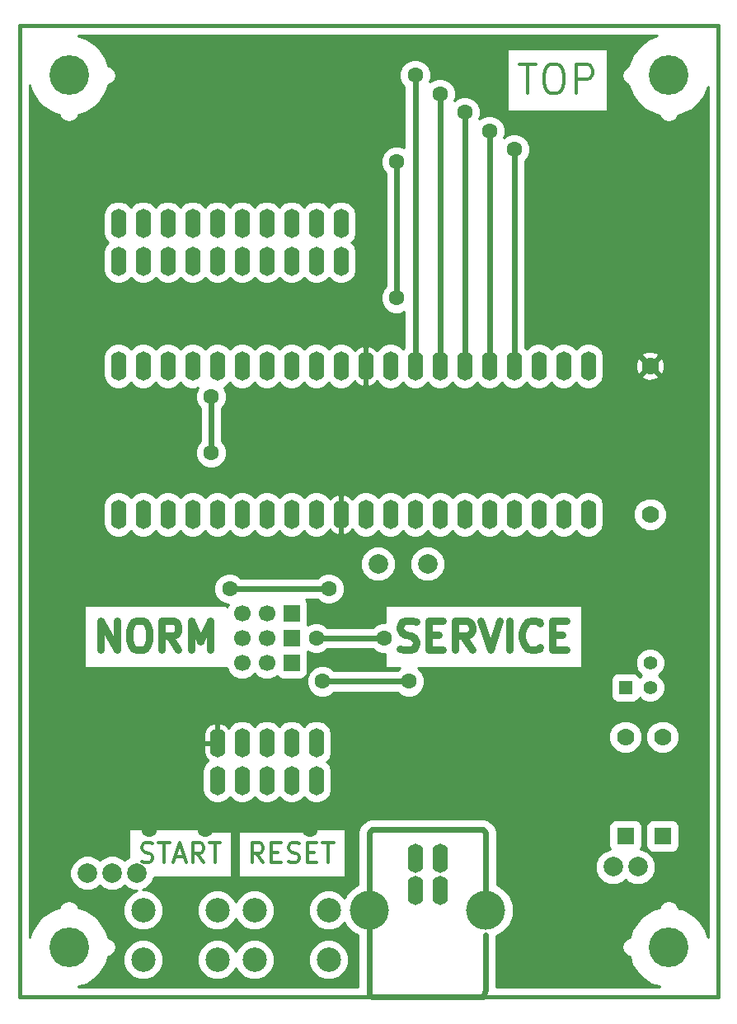
<source format=gtl>
G04 (created by PCBNEW-RS274X (2012-apr-16-27)-stable) date Ned 20 Lis 2013 22:50:24*
G01*
G70*
G90*
%MOIN*%
G04 Gerber Fmt 3.4, Leading zero omitted, Abs format*
%FSLAX34Y34*%
G04 APERTURE LIST*
%ADD10C,0.006000*%
%ADD11C,0.012000*%
%ADD12C,0.029500*%
%ADD13C,0.015000*%
%ADD14C,0.098400*%
%ADD15O,0.063000X0.118100*%
%ADD16C,0.157500*%
%ADD17C,0.078700*%
%ADD18R,0.066900X0.066900*%
%ADD19C,0.066900*%
%ADD20C,0.070000*%
%ADD21R,0.070000X0.070000*%
%ADD22R,0.055000X0.055000*%
%ADD23C,0.055000*%
%ADD24C,0.160000*%
%ADD25C,0.063000*%
%ADD26C,0.023600*%
%ADD27C,0.010000*%
G04 APERTURE END LIST*
G54D10*
G54D11*
X45857Y-49568D02*
X45595Y-49193D01*
X45407Y-49568D02*
X45407Y-48781D01*
X45707Y-48781D01*
X45782Y-48819D01*
X45820Y-48856D01*
X45857Y-48931D01*
X45857Y-49043D01*
X45820Y-49118D01*
X45782Y-49156D01*
X45707Y-49193D01*
X45407Y-49193D01*
X46194Y-49156D02*
X46457Y-49156D01*
X46569Y-49568D02*
X46194Y-49568D01*
X46194Y-48781D01*
X46569Y-48781D01*
X46869Y-49531D02*
X46981Y-49568D01*
X47169Y-49568D01*
X47244Y-49531D01*
X47281Y-49493D01*
X47319Y-49418D01*
X47319Y-49343D01*
X47281Y-49268D01*
X47244Y-49231D01*
X47169Y-49193D01*
X47019Y-49156D01*
X46944Y-49118D01*
X46906Y-49081D01*
X46869Y-49006D01*
X46869Y-48931D01*
X46906Y-48856D01*
X46944Y-48819D01*
X47019Y-48781D01*
X47206Y-48781D01*
X47319Y-48819D01*
X47656Y-49156D02*
X47919Y-49156D01*
X48031Y-49568D02*
X47656Y-49568D01*
X47656Y-48781D01*
X48031Y-48781D01*
X48256Y-48781D02*
X48706Y-48781D01*
X48481Y-49568D02*
X48481Y-48781D01*
X40944Y-49531D02*
X41056Y-49568D01*
X41244Y-49568D01*
X41319Y-49531D01*
X41356Y-49493D01*
X41394Y-49418D01*
X41394Y-49343D01*
X41356Y-49268D01*
X41319Y-49231D01*
X41244Y-49193D01*
X41094Y-49156D01*
X41019Y-49118D01*
X40981Y-49081D01*
X40944Y-49006D01*
X40944Y-48931D01*
X40981Y-48856D01*
X41019Y-48819D01*
X41094Y-48781D01*
X41281Y-48781D01*
X41394Y-48819D01*
X41619Y-48781D02*
X42069Y-48781D01*
X41844Y-49568D02*
X41844Y-48781D01*
X42294Y-49343D02*
X42669Y-49343D01*
X42219Y-49568D02*
X42481Y-48781D01*
X42744Y-49568D01*
X43456Y-49568D02*
X43194Y-49193D01*
X43006Y-49568D02*
X43006Y-48781D01*
X43306Y-48781D01*
X43381Y-48819D01*
X43419Y-48856D01*
X43456Y-48931D01*
X43456Y-49043D01*
X43419Y-49118D01*
X43381Y-49156D01*
X43306Y-49193D01*
X43006Y-49193D01*
X43681Y-48781D02*
X44131Y-48781D01*
X43906Y-49568D02*
X43906Y-48781D01*
G54D12*
X51376Y-40921D02*
X51545Y-40978D01*
X51826Y-40978D01*
X51938Y-40921D01*
X51995Y-40865D01*
X52051Y-40753D01*
X52051Y-40640D01*
X51995Y-40528D01*
X51938Y-40471D01*
X51826Y-40415D01*
X51601Y-40359D01*
X51488Y-40303D01*
X51432Y-40246D01*
X51376Y-40134D01*
X51376Y-40021D01*
X51432Y-39909D01*
X51488Y-39853D01*
X51601Y-39797D01*
X51882Y-39797D01*
X52051Y-39853D01*
X52557Y-40359D02*
X52951Y-40359D01*
X53120Y-40978D02*
X52557Y-40978D01*
X52557Y-39797D01*
X53120Y-39797D01*
X54301Y-40978D02*
X53907Y-40415D01*
X53626Y-40978D02*
X53626Y-39797D01*
X54076Y-39797D01*
X54189Y-39853D01*
X54245Y-39909D01*
X54301Y-40021D01*
X54301Y-40190D01*
X54245Y-40303D01*
X54189Y-40359D01*
X54076Y-40415D01*
X53626Y-40415D01*
X54638Y-39797D02*
X55032Y-40978D01*
X55426Y-39797D01*
X55819Y-40978D02*
X55819Y-39797D01*
X57056Y-40865D02*
X57000Y-40921D01*
X56831Y-40978D01*
X56719Y-40978D01*
X56550Y-40921D01*
X56437Y-40809D01*
X56381Y-40696D01*
X56325Y-40471D01*
X56325Y-40303D01*
X56381Y-40078D01*
X56437Y-39965D01*
X56550Y-39853D01*
X56719Y-39797D01*
X56831Y-39797D01*
X57000Y-39853D01*
X57056Y-39909D01*
X57562Y-40359D02*
X57956Y-40359D01*
X58125Y-40978D02*
X57562Y-40978D01*
X57562Y-39797D01*
X58125Y-39797D01*
X39279Y-40978D02*
X39279Y-39797D01*
X39954Y-40978D01*
X39954Y-39797D01*
X40741Y-39797D02*
X40966Y-39797D01*
X41079Y-39853D01*
X41191Y-39965D01*
X41247Y-40190D01*
X41247Y-40584D01*
X41191Y-40809D01*
X41079Y-40921D01*
X40966Y-40978D01*
X40741Y-40978D01*
X40629Y-40921D01*
X40516Y-40809D01*
X40460Y-40584D01*
X40460Y-40190D01*
X40516Y-39965D01*
X40629Y-39853D01*
X40741Y-39797D01*
X42428Y-40978D02*
X42034Y-40415D01*
X41753Y-40978D02*
X41753Y-39797D01*
X42203Y-39797D01*
X42316Y-39853D01*
X42372Y-39909D01*
X42428Y-40021D01*
X42428Y-40190D01*
X42372Y-40303D01*
X42316Y-40359D01*
X42203Y-40415D01*
X41753Y-40415D01*
X42934Y-40978D02*
X42934Y-39797D01*
X43328Y-40640D01*
X43722Y-39797D01*
X43722Y-40978D01*
G54D11*
X56203Y-17297D02*
X56878Y-17297D01*
X56541Y-18478D02*
X56541Y-17297D01*
X57497Y-17297D02*
X57722Y-17297D01*
X57835Y-17353D01*
X57947Y-17465D01*
X58003Y-17690D01*
X58003Y-18084D01*
X57947Y-18309D01*
X57835Y-18421D01*
X57722Y-18478D01*
X57497Y-18478D01*
X57385Y-18421D01*
X57272Y-18309D01*
X57216Y-18084D01*
X57216Y-17690D01*
X57272Y-17465D01*
X57385Y-17353D01*
X57497Y-17297D01*
X58509Y-18478D02*
X58509Y-17297D01*
X58959Y-17297D01*
X59072Y-17353D01*
X59128Y-17409D01*
X59184Y-17521D01*
X59184Y-17690D01*
X59128Y-17803D01*
X59072Y-17859D01*
X58959Y-17915D01*
X58509Y-17915D01*
G54D13*
X36000Y-55000D02*
X64250Y-55000D01*
X36000Y-15750D02*
X64250Y-15750D01*
X64250Y-55000D02*
X64250Y-15750D01*
X36000Y-55000D02*
X36000Y-15750D01*
G54D14*
X45500Y-53500D03*
X45500Y-51500D03*
X48500Y-53500D03*
X48500Y-51500D03*
X41000Y-53500D03*
X41000Y-51500D03*
X44000Y-53500D03*
X44000Y-51500D03*
G54D15*
X53000Y-49394D03*
X52000Y-49394D03*
X52000Y-50693D03*
X53000Y-50693D03*
G54D16*
X54862Y-51500D03*
X50138Y-51500D03*
G54D17*
X52500Y-37500D03*
X50500Y-37500D03*
G54D15*
X44000Y-46256D03*
X44000Y-44744D03*
X45000Y-46256D03*
X45000Y-44744D03*
X46000Y-46256D03*
X46000Y-44744D03*
X47000Y-46256D03*
X47000Y-44744D03*
X48000Y-46256D03*
X48000Y-44744D03*
X49000Y-23744D03*
X49000Y-25256D03*
X48000Y-23744D03*
X48000Y-25256D03*
X47000Y-23744D03*
X47000Y-25256D03*
X46000Y-23744D03*
X46000Y-25256D03*
X45000Y-23744D03*
X45000Y-25256D03*
X44000Y-23744D03*
X44000Y-25256D03*
X43000Y-23744D03*
X43000Y-25256D03*
X42000Y-23744D03*
X42000Y-25256D03*
X41000Y-23744D03*
X41000Y-25256D03*
X40000Y-23744D03*
X40000Y-25256D03*
G54D17*
X61000Y-49750D03*
X60000Y-49750D03*
X38750Y-50000D03*
X39750Y-50000D03*
X40750Y-50000D03*
G54D18*
X47000Y-40500D03*
G54D19*
X46000Y-40500D03*
X45000Y-40500D03*
G54D18*
X47000Y-41500D03*
G54D19*
X46000Y-41500D03*
X45000Y-41500D03*
G54D18*
X47000Y-39500D03*
G54D19*
X46000Y-39500D03*
X45000Y-39500D03*
G54D15*
X40000Y-35500D03*
X41000Y-35500D03*
X42000Y-35500D03*
X43000Y-35500D03*
X44000Y-35500D03*
X45000Y-35500D03*
X46000Y-35500D03*
X47000Y-35500D03*
X48000Y-35500D03*
X49000Y-35500D03*
X50000Y-35500D03*
X51000Y-35500D03*
X52000Y-35500D03*
X53000Y-35500D03*
X54000Y-35500D03*
X55000Y-35500D03*
X56000Y-35500D03*
X57000Y-35500D03*
X58000Y-35500D03*
X59000Y-35500D03*
X59000Y-29500D03*
X58000Y-29500D03*
X57000Y-29500D03*
X56000Y-29500D03*
X55000Y-29500D03*
X54000Y-29500D03*
X53000Y-29500D03*
X52000Y-29500D03*
X51000Y-29500D03*
X50000Y-29500D03*
X49000Y-29500D03*
X48000Y-29500D03*
X47000Y-29500D03*
X46000Y-29500D03*
X45000Y-29500D03*
X44000Y-29500D03*
X43000Y-29500D03*
X42000Y-29500D03*
X41000Y-29500D03*
X40000Y-29500D03*
G54D20*
X62000Y-44500D03*
G54D21*
X62000Y-48500D03*
G54D20*
X60500Y-44500D03*
G54D21*
X60500Y-48500D03*
G54D20*
X61500Y-29500D03*
X61500Y-35500D03*
G54D22*
X60500Y-42500D03*
G54D23*
X61500Y-42500D03*
X61500Y-41500D03*
G54D24*
X38000Y-53000D03*
X62250Y-53000D03*
X62250Y-17750D03*
X38000Y-17750D03*
G54D25*
X50000Y-31750D03*
X48000Y-31750D03*
X41250Y-48250D03*
X41250Y-45000D03*
X43500Y-48250D03*
X47750Y-48250D03*
X54000Y-19250D03*
X43750Y-30750D03*
X43750Y-33000D03*
X44500Y-38500D03*
X48500Y-38500D03*
X56000Y-20750D03*
X51250Y-21250D03*
X51250Y-26750D03*
X50750Y-40500D03*
X48000Y-40500D03*
X51750Y-42250D03*
X48250Y-42250D03*
X55000Y-20000D03*
X53000Y-18500D03*
X52000Y-17750D03*
G54D26*
X43500Y-48250D02*
X47750Y-48250D01*
X41250Y-45000D02*
X41250Y-48250D01*
X48000Y-31750D02*
X50000Y-31750D01*
X54000Y-19250D02*
X54000Y-29500D01*
X43750Y-32750D02*
X43750Y-33000D01*
X43750Y-30750D02*
X43750Y-32750D01*
X44500Y-38500D02*
X48500Y-38500D01*
X56000Y-20750D02*
X56000Y-29500D01*
X51250Y-21250D02*
X51250Y-26750D01*
X48000Y-40500D02*
X50750Y-40500D01*
X48250Y-42250D02*
X51750Y-42250D01*
X55000Y-20000D02*
X55000Y-29500D01*
X53000Y-18500D02*
X53000Y-29500D01*
X52000Y-17750D02*
X52000Y-29500D01*
X50250Y-48250D02*
X54750Y-48250D01*
X50250Y-55000D02*
X54750Y-55000D01*
X50138Y-48362D02*
X50250Y-48250D01*
X54750Y-55000D02*
X54850Y-54750D01*
X54850Y-54750D02*
X54850Y-52500D01*
X50138Y-51500D02*
X50138Y-48362D01*
X54862Y-48362D02*
X54862Y-51500D01*
X54750Y-48250D02*
X54862Y-48362D01*
X50138Y-51500D02*
X50138Y-54888D01*
X50138Y-54888D02*
X50250Y-55000D01*
G54D10*
G36*
X63849Y-52619D02*
X63832Y-52615D01*
X63798Y-52444D01*
X63738Y-52300D01*
X63468Y-51894D01*
X63467Y-51893D01*
X63357Y-51783D01*
X63356Y-51782D01*
X62950Y-51511D01*
X62806Y-51451D01*
X62676Y-51425D01*
X62676Y-48916D01*
X62676Y-48786D01*
X62676Y-48086D01*
X62676Y-44635D01*
X62676Y-44366D01*
X62573Y-44118D01*
X62383Y-43927D01*
X62176Y-43841D01*
X62176Y-35635D01*
X62176Y-35366D01*
X62093Y-35166D01*
X62093Y-29591D01*
X62082Y-29356D01*
X62013Y-29190D01*
X61914Y-29157D01*
X61843Y-29228D01*
X61843Y-29086D01*
X61810Y-28987D01*
X61591Y-28907D01*
X61356Y-28918D01*
X61190Y-28987D01*
X61157Y-29086D01*
X61500Y-29429D01*
X61843Y-29086D01*
X61843Y-29228D01*
X61571Y-29500D01*
X61914Y-29843D01*
X62013Y-29810D01*
X62093Y-29591D01*
X62093Y-35166D01*
X62073Y-35118D01*
X61883Y-34927D01*
X61843Y-34910D01*
X61843Y-29914D01*
X61500Y-29571D01*
X61429Y-29642D01*
X61429Y-29500D01*
X61086Y-29157D01*
X60987Y-29190D01*
X60907Y-29409D01*
X60918Y-29644D01*
X60987Y-29810D01*
X61086Y-29843D01*
X61429Y-29500D01*
X61429Y-29642D01*
X61157Y-29914D01*
X61190Y-30013D01*
X61409Y-30093D01*
X61644Y-30082D01*
X61810Y-30013D01*
X61843Y-29914D01*
X61843Y-34910D01*
X61635Y-34824D01*
X61366Y-34824D01*
X61118Y-34927D01*
X60927Y-35117D01*
X60824Y-35365D01*
X60824Y-35634D01*
X60927Y-35882D01*
X61117Y-36073D01*
X61365Y-36176D01*
X61634Y-36176D01*
X61882Y-36073D01*
X62073Y-35883D01*
X62176Y-35635D01*
X62176Y-43841D01*
X62135Y-43824D01*
X62100Y-43824D01*
X62100Y-42620D01*
X62100Y-42381D01*
X62009Y-42160D01*
X61848Y-42000D01*
X62008Y-41840D01*
X62100Y-41620D01*
X62100Y-41381D01*
X62009Y-41160D01*
X61840Y-40992D01*
X61620Y-40900D01*
X61381Y-40900D01*
X61160Y-40991D01*
X60992Y-41160D01*
X60900Y-41380D01*
X60900Y-41619D01*
X60991Y-41840D01*
X61151Y-41999D01*
X61068Y-42082D01*
X61052Y-42041D01*
X60960Y-41949D01*
X60841Y-41899D01*
X60711Y-41899D01*
X60161Y-41899D01*
X60041Y-41948D01*
X59949Y-42040D01*
X59899Y-42159D01*
X59899Y-42289D01*
X59899Y-42839D01*
X59948Y-42959D01*
X60040Y-43051D01*
X60159Y-43101D01*
X60289Y-43101D01*
X60839Y-43101D01*
X60959Y-43052D01*
X61051Y-42960D01*
X61068Y-42917D01*
X61160Y-43008D01*
X61380Y-43100D01*
X61619Y-43100D01*
X61840Y-43009D01*
X62008Y-42840D01*
X62100Y-42620D01*
X62100Y-43824D01*
X61866Y-43824D01*
X61618Y-43927D01*
X61427Y-44117D01*
X61324Y-44365D01*
X61324Y-44634D01*
X61427Y-44882D01*
X61617Y-45073D01*
X61865Y-45176D01*
X62134Y-45176D01*
X62382Y-45073D01*
X62573Y-44883D01*
X62676Y-44635D01*
X62676Y-48086D01*
X62627Y-47966D01*
X62535Y-47874D01*
X62416Y-47824D01*
X62286Y-47824D01*
X61586Y-47824D01*
X61466Y-47873D01*
X61374Y-47965D01*
X61324Y-48084D01*
X61324Y-48214D01*
X61324Y-48914D01*
X61373Y-49034D01*
X61465Y-49126D01*
X61584Y-49176D01*
X61714Y-49176D01*
X62414Y-49176D01*
X62534Y-49127D01*
X62626Y-49035D01*
X62676Y-48916D01*
X62676Y-51425D01*
X62634Y-51417D01*
X62620Y-51347D01*
X62534Y-51216D01*
X62403Y-51130D01*
X62250Y-51099D01*
X62097Y-51130D01*
X61966Y-51216D01*
X61880Y-51347D01*
X61865Y-51417D01*
X61719Y-51446D01*
X61719Y-49894D01*
X61719Y-49608D01*
X61610Y-49344D01*
X61408Y-49141D01*
X61144Y-49031D01*
X61127Y-49031D01*
X61176Y-48916D01*
X61176Y-48786D01*
X61176Y-48086D01*
X61176Y-44635D01*
X61176Y-44366D01*
X61073Y-44118D01*
X60883Y-43927D01*
X60635Y-43824D01*
X60366Y-43824D01*
X60118Y-43927D01*
X59927Y-44117D01*
X59824Y-44365D01*
X59824Y-44634D01*
X59927Y-44882D01*
X60117Y-45073D01*
X60365Y-45176D01*
X60634Y-45176D01*
X60882Y-45073D01*
X61073Y-44883D01*
X61176Y-44635D01*
X61176Y-48086D01*
X61127Y-47966D01*
X61035Y-47874D01*
X60916Y-47824D01*
X60786Y-47824D01*
X60086Y-47824D01*
X59966Y-47873D01*
X59874Y-47965D01*
X59824Y-48084D01*
X59824Y-48214D01*
X59824Y-48914D01*
X59871Y-49031D01*
X59858Y-49031D01*
X59795Y-49057D01*
X59795Y-19213D01*
X59795Y-16668D01*
X55705Y-16668D01*
X55705Y-19213D01*
X59795Y-19213D01*
X59795Y-49057D01*
X59629Y-49125D01*
X59629Y-35917D01*
X59629Y-35667D01*
X59629Y-35083D01*
X59629Y-29917D01*
X59629Y-29667D01*
X59629Y-29083D01*
X59533Y-28852D01*
X59356Y-28675D01*
X59125Y-28579D01*
X58875Y-28579D01*
X58644Y-28675D01*
X58500Y-28819D01*
X58356Y-28675D01*
X58125Y-28579D01*
X57875Y-28579D01*
X57644Y-28675D01*
X57500Y-28819D01*
X57356Y-28675D01*
X57125Y-28579D01*
X56875Y-28579D01*
X56644Y-28675D01*
X56500Y-28819D01*
X56444Y-28763D01*
X56444Y-21212D01*
X56543Y-21113D01*
X56641Y-20878D01*
X56641Y-20623D01*
X56544Y-20387D01*
X56363Y-20207D01*
X56128Y-20109D01*
X55873Y-20109D01*
X55637Y-20206D01*
X55587Y-20255D01*
X55641Y-20128D01*
X55641Y-19873D01*
X55544Y-19637D01*
X55363Y-19457D01*
X55128Y-19359D01*
X54873Y-19359D01*
X54637Y-19456D01*
X54587Y-19505D01*
X54641Y-19378D01*
X54641Y-19123D01*
X54544Y-18887D01*
X54363Y-18707D01*
X54128Y-18609D01*
X53873Y-18609D01*
X53637Y-18706D01*
X53587Y-18755D01*
X53641Y-18628D01*
X53641Y-18373D01*
X53544Y-18137D01*
X53363Y-17957D01*
X53128Y-17859D01*
X52873Y-17859D01*
X52637Y-17956D01*
X52587Y-18005D01*
X52641Y-17878D01*
X52641Y-17623D01*
X52544Y-17387D01*
X52363Y-17207D01*
X52128Y-17109D01*
X51873Y-17109D01*
X51637Y-17206D01*
X51457Y-17387D01*
X51359Y-17622D01*
X51359Y-17877D01*
X51456Y-18113D01*
X51556Y-18212D01*
X51556Y-20683D01*
X51378Y-20609D01*
X51123Y-20609D01*
X50887Y-20706D01*
X50707Y-20887D01*
X50609Y-21122D01*
X50609Y-21377D01*
X50706Y-21613D01*
X50806Y-21712D01*
X50806Y-26287D01*
X50707Y-26387D01*
X50609Y-26622D01*
X50609Y-26877D01*
X50706Y-27113D01*
X50887Y-27293D01*
X51122Y-27391D01*
X51377Y-27391D01*
X51556Y-27317D01*
X51556Y-28763D01*
X51500Y-28819D01*
X51356Y-28675D01*
X51125Y-28579D01*
X50875Y-28579D01*
X50644Y-28675D01*
X50467Y-28852D01*
X50452Y-28887D01*
X50338Y-28763D01*
X50137Y-28678D01*
X50050Y-28725D01*
X50050Y-29400D01*
X50050Y-29450D01*
X50050Y-29550D01*
X50050Y-29600D01*
X50050Y-30275D01*
X50137Y-30322D01*
X50338Y-30237D01*
X50452Y-30112D01*
X50467Y-30148D01*
X50644Y-30325D01*
X50875Y-30421D01*
X51125Y-30421D01*
X51356Y-30325D01*
X51500Y-30181D01*
X51644Y-30325D01*
X51875Y-30421D01*
X52125Y-30421D01*
X52356Y-30325D01*
X52500Y-30181D01*
X52644Y-30325D01*
X52875Y-30421D01*
X53125Y-30421D01*
X53356Y-30325D01*
X53500Y-30181D01*
X53644Y-30325D01*
X53875Y-30421D01*
X54125Y-30421D01*
X54356Y-30325D01*
X54500Y-30181D01*
X54644Y-30325D01*
X54875Y-30421D01*
X55125Y-30421D01*
X55356Y-30325D01*
X55500Y-30181D01*
X55644Y-30325D01*
X55875Y-30421D01*
X56125Y-30421D01*
X56356Y-30325D01*
X56500Y-30181D01*
X56644Y-30325D01*
X56875Y-30421D01*
X57125Y-30421D01*
X57356Y-30325D01*
X57500Y-30181D01*
X57644Y-30325D01*
X57875Y-30421D01*
X58125Y-30421D01*
X58356Y-30325D01*
X58500Y-30181D01*
X58644Y-30325D01*
X58875Y-30421D01*
X59125Y-30421D01*
X59356Y-30325D01*
X59533Y-30148D01*
X59629Y-29917D01*
X59629Y-35083D01*
X59533Y-34852D01*
X59356Y-34675D01*
X59125Y-34579D01*
X58875Y-34579D01*
X58644Y-34675D01*
X58500Y-34819D01*
X58356Y-34675D01*
X58125Y-34579D01*
X57875Y-34579D01*
X57644Y-34675D01*
X57500Y-34819D01*
X57356Y-34675D01*
X57125Y-34579D01*
X56875Y-34579D01*
X56644Y-34675D01*
X56500Y-34819D01*
X56356Y-34675D01*
X56125Y-34579D01*
X55875Y-34579D01*
X55644Y-34675D01*
X55500Y-34819D01*
X55356Y-34675D01*
X55125Y-34579D01*
X54875Y-34579D01*
X54644Y-34675D01*
X54500Y-34819D01*
X54356Y-34675D01*
X54125Y-34579D01*
X53875Y-34579D01*
X53644Y-34675D01*
X53500Y-34819D01*
X53356Y-34675D01*
X53125Y-34579D01*
X52875Y-34579D01*
X52644Y-34675D01*
X52500Y-34819D01*
X52356Y-34675D01*
X52125Y-34579D01*
X51875Y-34579D01*
X51644Y-34675D01*
X51500Y-34819D01*
X51356Y-34675D01*
X51125Y-34579D01*
X50875Y-34579D01*
X50644Y-34675D01*
X50500Y-34819D01*
X50356Y-34675D01*
X50125Y-34579D01*
X49950Y-34579D01*
X49950Y-30275D01*
X49950Y-29600D01*
X49950Y-29550D01*
X49950Y-29450D01*
X49950Y-29400D01*
X49950Y-28725D01*
X49863Y-28678D01*
X49662Y-28763D01*
X49629Y-28798D01*
X49629Y-25673D01*
X49629Y-25423D01*
X49629Y-24839D01*
X49533Y-24608D01*
X49425Y-24500D01*
X49533Y-24392D01*
X49629Y-24161D01*
X49629Y-23911D01*
X49629Y-23327D01*
X49533Y-23096D01*
X49356Y-22919D01*
X49125Y-22823D01*
X48875Y-22823D01*
X48644Y-22919D01*
X48500Y-23063D01*
X48356Y-22919D01*
X48125Y-22823D01*
X47875Y-22823D01*
X47644Y-22919D01*
X47500Y-23063D01*
X47356Y-22919D01*
X47125Y-22823D01*
X46875Y-22823D01*
X46644Y-22919D01*
X46500Y-23063D01*
X46356Y-22919D01*
X46125Y-22823D01*
X45875Y-22823D01*
X45644Y-22919D01*
X45500Y-23063D01*
X45356Y-22919D01*
X45125Y-22823D01*
X44875Y-22823D01*
X44644Y-22919D01*
X44500Y-23063D01*
X44356Y-22919D01*
X44125Y-22823D01*
X43875Y-22823D01*
X43644Y-22919D01*
X43500Y-23063D01*
X43356Y-22919D01*
X43125Y-22823D01*
X42875Y-22823D01*
X42644Y-22919D01*
X42500Y-23063D01*
X42356Y-22919D01*
X42125Y-22823D01*
X41875Y-22823D01*
X41644Y-22919D01*
X41500Y-23063D01*
X41356Y-22919D01*
X41125Y-22823D01*
X40875Y-22823D01*
X40644Y-22919D01*
X40500Y-23063D01*
X40356Y-22919D01*
X40125Y-22823D01*
X39875Y-22823D01*
X39644Y-22919D01*
X39467Y-23096D01*
X39371Y-23327D01*
X39371Y-23577D01*
X39371Y-24161D01*
X39467Y-24392D01*
X39575Y-24500D01*
X39467Y-24608D01*
X39371Y-24839D01*
X39371Y-25089D01*
X39371Y-25673D01*
X39467Y-25904D01*
X39644Y-26081D01*
X39875Y-26177D01*
X40125Y-26177D01*
X40356Y-26081D01*
X40500Y-25937D01*
X40644Y-26081D01*
X40875Y-26177D01*
X41125Y-26177D01*
X41356Y-26081D01*
X41500Y-25937D01*
X41644Y-26081D01*
X41875Y-26177D01*
X42125Y-26177D01*
X42356Y-26081D01*
X42500Y-25937D01*
X42644Y-26081D01*
X42875Y-26177D01*
X43125Y-26177D01*
X43356Y-26081D01*
X43500Y-25937D01*
X43644Y-26081D01*
X43875Y-26177D01*
X44125Y-26177D01*
X44356Y-26081D01*
X44500Y-25937D01*
X44644Y-26081D01*
X44875Y-26177D01*
X45125Y-26177D01*
X45356Y-26081D01*
X45500Y-25937D01*
X45644Y-26081D01*
X45875Y-26177D01*
X46125Y-26177D01*
X46356Y-26081D01*
X46500Y-25937D01*
X46644Y-26081D01*
X46875Y-26177D01*
X47125Y-26177D01*
X47356Y-26081D01*
X47500Y-25937D01*
X47644Y-26081D01*
X47875Y-26177D01*
X48125Y-26177D01*
X48356Y-26081D01*
X48500Y-25937D01*
X48644Y-26081D01*
X48875Y-26177D01*
X49125Y-26177D01*
X49356Y-26081D01*
X49533Y-25904D01*
X49629Y-25673D01*
X49629Y-28798D01*
X49547Y-28887D01*
X49533Y-28852D01*
X49356Y-28675D01*
X49125Y-28579D01*
X48875Y-28579D01*
X48644Y-28675D01*
X48500Y-28819D01*
X48356Y-28675D01*
X48125Y-28579D01*
X47875Y-28579D01*
X47644Y-28675D01*
X47500Y-28819D01*
X47356Y-28675D01*
X47125Y-28579D01*
X46875Y-28579D01*
X46644Y-28675D01*
X46500Y-28819D01*
X46356Y-28675D01*
X46125Y-28579D01*
X45875Y-28579D01*
X45644Y-28675D01*
X45500Y-28819D01*
X45356Y-28675D01*
X45125Y-28579D01*
X44875Y-28579D01*
X44644Y-28675D01*
X44500Y-28819D01*
X44356Y-28675D01*
X44125Y-28579D01*
X43875Y-28579D01*
X43644Y-28675D01*
X43500Y-28819D01*
X43356Y-28675D01*
X43125Y-28579D01*
X42875Y-28579D01*
X42644Y-28675D01*
X42500Y-28819D01*
X42356Y-28675D01*
X42125Y-28579D01*
X41875Y-28579D01*
X41644Y-28675D01*
X41500Y-28819D01*
X41356Y-28675D01*
X41125Y-28579D01*
X40875Y-28579D01*
X40644Y-28675D01*
X40500Y-28819D01*
X40356Y-28675D01*
X40125Y-28579D01*
X39875Y-28579D01*
X39644Y-28675D01*
X39467Y-28852D01*
X39371Y-29083D01*
X39371Y-29333D01*
X39371Y-29917D01*
X39467Y-30148D01*
X39644Y-30325D01*
X39875Y-30421D01*
X40125Y-30421D01*
X40356Y-30325D01*
X40500Y-30181D01*
X40644Y-30325D01*
X40875Y-30421D01*
X41125Y-30421D01*
X41356Y-30325D01*
X41500Y-30181D01*
X41644Y-30325D01*
X41875Y-30421D01*
X42125Y-30421D01*
X42356Y-30325D01*
X42500Y-30181D01*
X42644Y-30325D01*
X42875Y-30421D01*
X43125Y-30421D01*
X43207Y-30386D01*
X43207Y-30387D01*
X43109Y-30622D01*
X43109Y-30877D01*
X43206Y-31113D01*
X43306Y-31212D01*
X43306Y-32537D01*
X43207Y-32637D01*
X43109Y-32872D01*
X43109Y-33127D01*
X43206Y-33363D01*
X43387Y-33543D01*
X43622Y-33641D01*
X43877Y-33641D01*
X44113Y-33544D01*
X44293Y-33363D01*
X44391Y-33128D01*
X44391Y-32873D01*
X44294Y-32637D01*
X44194Y-32537D01*
X44194Y-31212D01*
X44293Y-31113D01*
X44391Y-30878D01*
X44391Y-30623D01*
X44294Y-30387D01*
X44268Y-30361D01*
X44356Y-30325D01*
X44500Y-30181D01*
X44644Y-30325D01*
X44875Y-30421D01*
X45125Y-30421D01*
X45356Y-30325D01*
X45500Y-30181D01*
X45644Y-30325D01*
X45875Y-30421D01*
X46125Y-30421D01*
X46356Y-30325D01*
X46500Y-30181D01*
X46644Y-30325D01*
X46875Y-30421D01*
X47125Y-30421D01*
X47356Y-30325D01*
X47500Y-30181D01*
X47644Y-30325D01*
X47875Y-30421D01*
X48125Y-30421D01*
X48356Y-30325D01*
X48500Y-30181D01*
X48644Y-30325D01*
X48875Y-30421D01*
X49125Y-30421D01*
X49356Y-30325D01*
X49533Y-30148D01*
X49547Y-30112D01*
X49662Y-30237D01*
X49863Y-30322D01*
X49950Y-30275D01*
X49950Y-34579D01*
X49875Y-34579D01*
X49644Y-34675D01*
X49467Y-34852D01*
X49452Y-34887D01*
X49338Y-34763D01*
X49137Y-34678D01*
X49050Y-34725D01*
X49050Y-35400D01*
X49050Y-35450D01*
X49050Y-35550D01*
X49050Y-35600D01*
X49050Y-36275D01*
X49137Y-36322D01*
X49338Y-36237D01*
X49452Y-36112D01*
X49467Y-36148D01*
X49644Y-36325D01*
X49875Y-36421D01*
X50125Y-36421D01*
X50356Y-36325D01*
X50500Y-36181D01*
X50644Y-36325D01*
X50875Y-36421D01*
X51125Y-36421D01*
X51356Y-36325D01*
X51500Y-36181D01*
X51644Y-36325D01*
X51875Y-36421D01*
X52125Y-36421D01*
X52356Y-36325D01*
X52500Y-36181D01*
X52644Y-36325D01*
X52875Y-36421D01*
X53125Y-36421D01*
X53356Y-36325D01*
X53500Y-36181D01*
X53644Y-36325D01*
X53875Y-36421D01*
X54125Y-36421D01*
X54356Y-36325D01*
X54500Y-36181D01*
X54644Y-36325D01*
X54875Y-36421D01*
X55125Y-36421D01*
X55356Y-36325D01*
X55500Y-36181D01*
X55644Y-36325D01*
X55875Y-36421D01*
X56125Y-36421D01*
X56356Y-36325D01*
X56500Y-36181D01*
X56644Y-36325D01*
X56875Y-36421D01*
X57125Y-36421D01*
X57356Y-36325D01*
X57500Y-36181D01*
X57644Y-36325D01*
X57875Y-36421D01*
X58125Y-36421D01*
X58356Y-36325D01*
X58500Y-36181D01*
X58644Y-36325D01*
X58875Y-36421D01*
X59125Y-36421D01*
X59356Y-36325D01*
X59533Y-36148D01*
X59629Y-35917D01*
X59629Y-49125D01*
X59594Y-49140D01*
X59391Y-49342D01*
X59281Y-49606D01*
X59281Y-49892D01*
X59390Y-50156D01*
X59592Y-50359D01*
X59856Y-50469D01*
X60142Y-50469D01*
X60406Y-50360D01*
X60499Y-50266D01*
X60592Y-50359D01*
X60856Y-50469D01*
X61142Y-50469D01*
X61406Y-50360D01*
X61609Y-50158D01*
X61719Y-49894D01*
X61719Y-51446D01*
X61694Y-51452D01*
X61550Y-51512D01*
X61144Y-51782D01*
X61143Y-51783D01*
X61033Y-51893D01*
X61032Y-51894D01*
X60761Y-52300D01*
X60701Y-52444D01*
X60667Y-52615D01*
X60597Y-52630D01*
X60466Y-52716D01*
X60380Y-52847D01*
X60349Y-53000D01*
X60380Y-53153D01*
X60466Y-53284D01*
X60597Y-53370D01*
X60667Y-53384D01*
X60701Y-53556D01*
X60761Y-53700D01*
X61032Y-54106D01*
X61033Y-54107D01*
X61143Y-54217D01*
X61144Y-54218D01*
X61550Y-54488D01*
X61694Y-54548D01*
X61865Y-54582D01*
X61869Y-54599D01*
X58736Y-54599D01*
X58736Y-41713D01*
X58736Y-39168D01*
X53219Y-39168D01*
X53219Y-37644D01*
X53219Y-37358D01*
X53110Y-37094D01*
X52908Y-36891D01*
X52644Y-36781D01*
X52358Y-36781D01*
X52094Y-36890D01*
X51891Y-37092D01*
X51781Y-37356D01*
X51781Y-37642D01*
X51890Y-37906D01*
X52092Y-38109D01*
X52356Y-38219D01*
X52642Y-38219D01*
X52906Y-38110D01*
X53109Y-37908D01*
X53219Y-37644D01*
X53219Y-39168D01*
X51219Y-39168D01*
X51219Y-37644D01*
X51219Y-37358D01*
X51110Y-37094D01*
X50908Y-36891D01*
X50644Y-36781D01*
X50358Y-36781D01*
X50094Y-36890D01*
X49891Y-37092D01*
X49781Y-37356D01*
X49781Y-37642D01*
X49890Y-37906D01*
X50092Y-38109D01*
X50356Y-38219D01*
X50642Y-38219D01*
X50906Y-38110D01*
X51109Y-37908D01*
X51219Y-37644D01*
X51219Y-39168D01*
X50765Y-39168D01*
X50765Y-39859D01*
X50623Y-39859D01*
X50387Y-39956D01*
X50287Y-40056D01*
X48462Y-40056D01*
X48363Y-39957D01*
X48128Y-39859D01*
X47873Y-39859D01*
X47637Y-39956D01*
X47636Y-39956D01*
X47660Y-39900D01*
X47660Y-39770D01*
X47660Y-39102D01*
X47611Y-38982D01*
X47573Y-38944D01*
X48037Y-38944D01*
X48137Y-39043D01*
X48372Y-39141D01*
X48627Y-39141D01*
X48863Y-39044D01*
X49043Y-38863D01*
X49141Y-38628D01*
X49141Y-38373D01*
X49044Y-38137D01*
X48950Y-38043D01*
X48950Y-36275D01*
X48950Y-35600D01*
X48950Y-35550D01*
X48950Y-35450D01*
X48950Y-35400D01*
X48950Y-34725D01*
X48863Y-34678D01*
X48662Y-34763D01*
X48547Y-34887D01*
X48533Y-34852D01*
X48356Y-34675D01*
X48125Y-34579D01*
X47875Y-34579D01*
X47644Y-34675D01*
X47500Y-34819D01*
X47356Y-34675D01*
X47125Y-34579D01*
X46875Y-34579D01*
X46644Y-34675D01*
X46500Y-34819D01*
X46356Y-34675D01*
X46125Y-34579D01*
X45875Y-34579D01*
X45644Y-34675D01*
X45500Y-34819D01*
X45356Y-34675D01*
X45125Y-34579D01*
X44875Y-34579D01*
X44644Y-34675D01*
X44500Y-34819D01*
X44356Y-34675D01*
X44125Y-34579D01*
X43875Y-34579D01*
X43644Y-34675D01*
X43500Y-34819D01*
X43356Y-34675D01*
X43125Y-34579D01*
X42875Y-34579D01*
X42644Y-34675D01*
X42500Y-34819D01*
X42356Y-34675D01*
X42125Y-34579D01*
X41875Y-34579D01*
X41644Y-34675D01*
X41500Y-34819D01*
X41356Y-34675D01*
X41125Y-34579D01*
X40875Y-34579D01*
X40644Y-34675D01*
X40500Y-34819D01*
X40356Y-34675D01*
X40125Y-34579D01*
X39875Y-34579D01*
X39644Y-34675D01*
X39467Y-34852D01*
X39371Y-35083D01*
X39371Y-35333D01*
X39371Y-35917D01*
X39467Y-36148D01*
X39644Y-36325D01*
X39875Y-36421D01*
X40125Y-36421D01*
X40356Y-36325D01*
X40500Y-36181D01*
X40644Y-36325D01*
X40875Y-36421D01*
X41125Y-36421D01*
X41356Y-36325D01*
X41500Y-36181D01*
X41644Y-36325D01*
X41875Y-36421D01*
X42125Y-36421D01*
X42356Y-36325D01*
X42500Y-36181D01*
X42644Y-36325D01*
X42875Y-36421D01*
X43125Y-36421D01*
X43356Y-36325D01*
X43500Y-36181D01*
X43644Y-36325D01*
X43875Y-36421D01*
X44125Y-36421D01*
X44356Y-36325D01*
X44500Y-36181D01*
X44644Y-36325D01*
X44875Y-36421D01*
X45125Y-36421D01*
X45356Y-36325D01*
X45500Y-36181D01*
X45644Y-36325D01*
X45875Y-36421D01*
X46125Y-36421D01*
X46356Y-36325D01*
X46500Y-36181D01*
X46644Y-36325D01*
X46875Y-36421D01*
X47125Y-36421D01*
X47356Y-36325D01*
X47500Y-36181D01*
X47644Y-36325D01*
X47875Y-36421D01*
X48125Y-36421D01*
X48356Y-36325D01*
X48533Y-36148D01*
X48547Y-36112D01*
X48662Y-36237D01*
X48863Y-36322D01*
X48950Y-36275D01*
X48950Y-38043D01*
X48863Y-37957D01*
X48628Y-37859D01*
X48373Y-37859D01*
X48137Y-37956D01*
X48037Y-38056D01*
X44962Y-38056D01*
X44863Y-37957D01*
X44628Y-37859D01*
X44373Y-37859D01*
X44137Y-37956D01*
X43957Y-38137D01*
X43859Y-38372D01*
X43859Y-38627D01*
X43956Y-38863D01*
X44137Y-39043D01*
X44372Y-39141D01*
X44435Y-39141D01*
X44389Y-39252D01*
X44389Y-39168D01*
X38612Y-39168D01*
X38612Y-41713D01*
X44374Y-41713D01*
X44441Y-41873D01*
X44627Y-42059D01*
X44869Y-42159D01*
X45131Y-42159D01*
X45373Y-42059D01*
X45500Y-41932D01*
X45627Y-42059D01*
X45869Y-42159D01*
X46131Y-42159D01*
X46373Y-42059D01*
X46401Y-42030D01*
X46481Y-42110D01*
X46600Y-42160D01*
X46730Y-42160D01*
X47398Y-42160D01*
X47518Y-42111D01*
X47610Y-42019D01*
X47660Y-41900D01*
X47660Y-41770D01*
X47660Y-41102D01*
X47635Y-41041D01*
X47637Y-41043D01*
X47872Y-41141D01*
X48127Y-41141D01*
X48363Y-41044D01*
X48462Y-40944D01*
X50287Y-40944D01*
X50387Y-41043D01*
X50622Y-41141D01*
X50765Y-41141D01*
X50765Y-41713D01*
X51380Y-41713D01*
X51287Y-41806D01*
X48712Y-41806D01*
X48613Y-41707D01*
X48378Y-41609D01*
X48123Y-41609D01*
X47887Y-41706D01*
X47707Y-41887D01*
X47609Y-42122D01*
X47609Y-42377D01*
X47706Y-42613D01*
X47887Y-42793D01*
X48122Y-42891D01*
X48377Y-42891D01*
X48613Y-42794D01*
X48712Y-42694D01*
X51287Y-42694D01*
X51387Y-42793D01*
X51622Y-42891D01*
X51877Y-42891D01*
X52113Y-42794D01*
X52293Y-42613D01*
X52391Y-42378D01*
X52391Y-42123D01*
X52294Y-41887D01*
X52119Y-41713D01*
X58736Y-41713D01*
X58736Y-54599D01*
X55294Y-54599D01*
X55294Y-52524D01*
X55491Y-52443D01*
X55804Y-52131D01*
X55974Y-51722D01*
X55974Y-51280D01*
X55805Y-50871D01*
X55493Y-50558D01*
X55306Y-50480D01*
X55306Y-48362D01*
X55272Y-48192D01*
X55176Y-48048D01*
X55064Y-47936D01*
X54920Y-47840D01*
X54750Y-47806D01*
X50250Y-47806D01*
X50080Y-47840D01*
X49936Y-47936D01*
X49824Y-48048D01*
X49728Y-48192D01*
X49694Y-48362D01*
X49694Y-50480D01*
X49509Y-50557D01*
X49196Y-50869D01*
X49167Y-50938D01*
X49167Y-50187D01*
X49167Y-48194D01*
X48629Y-48194D01*
X48629Y-46673D01*
X48629Y-46423D01*
X48629Y-45839D01*
X48533Y-45608D01*
X48425Y-45500D01*
X48533Y-45392D01*
X48629Y-45161D01*
X48629Y-44911D01*
X48629Y-44327D01*
X48533Y-44096D01*
X48356Y-43919D01*
X48125Y-43823D01*
X47875Y-43823D01*
X47644Y-43919D01*
X47500Y-44063D01*
X47356Y-43919D01*
X47125Y-43823D01*
X46875Y-43823D01*
X46644Y-43919D01*
X46500Y-44063D01*
X46356Y-43919D01*
X46125Y-43823D01*
X45875Y-43823D01*
X45644Y-43919D01*
X45500Y-44063D01*
X45356Y-43919D01*
X45125Y-43823D01*
X44875Y-43823D01*
X44644Y-43919D01*
X44467Y-44096D01*
X44452Y-44131D01*
X44338Y-44007D01*
X44137Y-43922D01*
X44050Y-43969D01*
X44050Y-44644D01*
X44050Y-44694D01*
X44050Y-44794D01*
X43950Y-44794D01*
X43950Y-44694D01*
X43950Y-43969D01*
X43863Y-43922D01*
X43662Y-44007D01*
X43511Y-44172D01*
X43435Y-44382D01*
X43435Y-44694D01*
X43950Y-44694D01*
X43950Y-44794D01*
X43900Y-44794D01*
X43435Y-44794D01*
X43435Y-45106D01*
X43511Y-45316D01*
X43629Y-45445D01*
X43467Y-45608D01*
X43371Y-45839D01*
X43371Y-46089D01*
X43371Y-46673D01*
X43467Y-46904D01*
X43644Y-47081D01*
X43875Y-47177D01*
X44125Y-47177D01*
X44356Y-47081D01*
X44500Y-46937D01*
X44644Y-47081D01*
X44875Y-47177D01*
X45125Y-47177D01*
X45356Y-47081D01*
X45500Y-46937D01*
X45644Y-47081D01*
X45875Y-47177D01*
X46125Y-47177D01*
X46356Y-47081D01*
X46500Y-46937D01*
X46644Y-47081D01*
X46875Y-47177D01*
X47125Y-47177D01*
X47356Y-47081D01*
X47500Y-46937D01*
X47644Y-47081D01*
X47875Y-47177D01*
X48125Y-47177D01*
X48356Y-47081D01*
X48533Y-46904D01*
X48629Y-46673D01*
X48629Y-48194D01*
X44834Y-48194D01*
X44834Y-50187D01*
X49167Y-50187D01*
X49167Y-50938D01*
X49146Y-50989D01*
X48964Y-50807D01*
X48663Y-50682D01*
X48338Y-50682D01*
X48037Y-50806D01*
X47807Y-51036D01*
X47682Y-51337D01*
X47682Y-51662D01*
X47806Y-51963D01*
X48036Y-52193D01*
X48337Y-52318D01*
X48662Y-52318D01*
X48963Y-52194D01*
X49146Y-52010D01*
X49195Y-52129D01*
X49507Y-52442D01*
X49694Y-52519D01*
X49694Y-54599D01*
X49318Y-54599D01*
X49318Y-53663D01*
X49318Y-53338D01*
X49194Y-53037D01*
X48964Y-52807D01*
X48663Y-52682D01*
X48338Y-52682D01*
X48037Y-52806D01*
X47807Y-53036D01*
X47682Y-53337D01*
X47682Y-53662D01*
X47806Y-53963D01*
X48036Y-54193D01*
X48337Y-54318D01*
X48662Y-54318D01*
X48963Y-54194D01*
X49193Y-53964D01*
X49318Y-53663D01*
X49318Y-54599D01*
X46318Y-54599D01*
X46318Y-53663D01*
X46318Y-53338D01*
X46318Y-51663D01*
X46318Y-51338D01*
X46194Y-51037D01*
X45964Y-50807D01*
X45663Y-50682D01*
X45338Y-50682D01*
X45037Y-50806D01*
X44807Y-51036D01*
X44750Y-51173D01*
X44694Y-51037D01*
X44592Y-50935D01*
X44592Y-50187D01*
X44592Y-48194D01*
X40408Y-48194D01*
X40408Y-49363D01*
X40344Y-49390D01*
X40250Y-49483D01*
X40158Y-49391D01*
X39894Y-49281D01*
X39608Y-49281D01*
X39344Y-49390D01*
X39250Y-49483D01*
X39158Y-49391D01*
X38894Y-49281D01*
X38608Y-49281D01*
X38344Y-49390D01*
X38141Y-49592D01*
X38031Y-49856D01*
X38031Y-50142D01*
X38140Y-50406D01*
X38342Y-50609D01*
X38606Y-50719D01*
X38892Y-50719D01*
X39156Y-50610D01*
X39249Y-50516D01*
X39342Y-50609D01*
X39606Y-50719D01*
X39892Y-50719D01*
X40156Y-50610D01*
X40249Y-50516D01*
X40342Y-50609D01*
X40606Y-50719D01*
X40748Y-50719D01*
X40537Y-50806D01*
X40307Y-51036D01*
X40182Y-51337D01*
X40182Y-51662D01*
X40306Y-51963D01*
X40536Y-52193D01*
X40837Y-52318D01*
X41162Y-52318D01*
X41463Y-52194D01*
X41693Y-51964D01*
X41818Y-51663D01*
X41818Y-51338D01*
X41694Y-51037D01*
X41464Y-50807D01*
X41163Y-50682D01*
X40981Y-50682D01*
X41156Y-50610D01*
X41359Y-50408D01*
X41451Y-50187D01*
X44592Y-50187D01*
X44592Y-50935D01*
X44464Y-50807D01*
X44163Y-50682D01*
X43838Y-50682D01*
X43537Y-50806D01*
X43307Y-51036D01*
X43182Y-51337D01*
X43182Y-51662D01*
X43306Y-51963D01*
X43536Y-52193D01*
X43837Y-52318D01*
X44162Y-52318D01*
X44463Y-52194D01*
X44693Y-51964D01*
X44749Y-51826D01*
X44806Y-51963D01*
X45036Y-52193D01*
X45337Y-52318D01*
X45662Y-52318D01*
X45963Y-52194D01*
X46193Y-51964D01*
X46318Y-51663D01*
X46318Y-53338D01*
X46194Y-53037D01*
X45964Y-52807D01*
X45663Y-52682D01*
X45338Y-52682D01*
X45037Y-52806D01*
X44807Y-53036D01*
X44750Y-53173D01*
X44694Y-53037D01*
X44464Y-52807D01*
X44163Y-52682D01*
X43838Y-52682D01*
X43537Y-52806D01*
X43307Y-53036D01*
X43182Y-53337D01*
X43182Y-53662D01*
X43306Y-53963D01*
X43536Y-54193D01*
X43837Y-54318D01*
X44162Y-54318D01*
X44463Y-54194D01*
X44693Y-53964D01*
X44749Y-53826D01*
X44806Y-53963D01*
X45036Y-54193D01*
X45337Y-54318D01*
X45662Y-54318D01*
X45963Y-54194D01*
X46193Y-53964D01*
X46318Y-53663D01*
X46318Y-54599D01*
X41818Y-54599D01*
X41818Y-53663D01*
X41818Y-53338D01*
X41694Y-53037D01*
X41464Y-52807D01*
X41163Y-52682D01*
X40838Y-52682D01*
X40537Y-52806D01*
X40307Y-53036D01*
X40182Y-53337D01*
X40182Y-53662D01*
X40306Y-53963D01*
X40536Y-54193D01*
X40837Y-54318D01*
X41162Y-54318D01*
X41463Y-54194D01*
X41693Y-53964D01*
X41818Y-53663D01*
X41818Y-54599D01*
X38380Y-54599D01*
X38384Y-54582D01*
X38556Y-54549D01*
X38556Y-54548D01*
X38700Y-54489D01*
X39106Y-54218D01*
X39107Y-54217D01*
X39217Y-54107D01*
X39218Y-54106D01*
X39488Y-53700D01*
X39547Y-53556D01*
X39548Y-53556D01*
X39582Y-53384D01*
X39653Y-53370D01*
X39784Y-53284D01*
X39870Y-53153D01*
X39901Y-53000D01*
X39870Y-52847D01*
X39784Y-52716D01*
X39653Y-52630D01*
X39582Y-52615D01*
X39548Y-52444D01*
X39488Y-52300D01*
X39218Y-51894D01*
X39217Y-51893D01*
X39107Y-51783D01*
X39106Y-51782D01*
X38700Y-51511D01*
X38556Y-51451D01*
X38384Y-51417D01*
X38370Y-51347D01*
X38284Y-51216D01*
X38153Y-51130D01*
X38000Y-51099D01*
X37847Y-51130D01*
X37716Y-51216D01*
X37630Y-51347D01*
X37615Y-51417D01*
X37444Y-51452D01*
X37300Y-51512D01*
X36894Y-51782D01*
X36893Y-51783D01*
X36783Y-51893D01*
X36782Y-51894D01*
X36511Y-52300D01*
X36451Y-52444D01*
X36417Y-52615D01*
X36401Y-52619D01*
X36401Y-18130D01*
X36417Y-18134D01*
X36451Y-18306D01*
X36511Y-18450D01*
X36782Y-18856D01*
X36783Y-18857D01*
X36893Y-18967D01*
X36894Y-18968D01*
X37300Y-19238D01*
X37444Y-19298D01*
X37615Y-19332D01*
X37630Y-19403D01*
X37716Y-19534D01*
X37847Y-19620D01*
X38000Y-19651D01*
X38153Y-19620D01*
X38284Y-19534D01*
X38370Y-19403D01*
X38384Y-19332D01*
X38556Y-19299D01*
X38556Y-19298D01*
X38700Y-19239D01*
X39106Y-18968D01*
X39107Y-18967D01*
X39217Y-18857D01*
X39218Y-18856D01*
X39488Y-18450D01*
X39547Y-18306D01*
X39548Y-18306D01*
X39582Y-18134D01*
X39653Y-18120D01*
X39784Y-18034D01*
X39870Y-17903D01*
X39901Y-17750D01*
X39870Y-17597D01*
X39784Y-17466D01*
X39653Y-17380D01*
X39582Y-17365D01*
X39548Y-17194D01*
X39488Y-17050D01*
X39218Y-16644D01*
X39217Y-16643D01*
X39107Y-16533D01*
X39106Y-16532D01*
X38700Y-16261D01*
X38556Y-16201D01*
X38384Y-16167D01*
X38380Y-16151D01*
X61796Y-16151D01*
X61390Y-16318D01*
X61286Y-16388D01*
X61259Y-16406D01*
X60907Y-16757D01*
X60845Y-16850D01*
X60821Y-16887D01*
X60630Y-17346D01*
X60624Y-17374D01*
X60597Y-17380D01*
X60466Y-17466D01*
X60380Y-17597D01*
X60349Y-17750D01*
X60380Y-17903D01*
X60466Y-18034D01*
X60597Y-18120D01*
X60623Y-18125D01*
X60628Y-18150D01*
X60818Y-18609D01*
X60819Y-18610D01*
X60836Y-18635D01*
X60905Y-18741D01*
X61257Y-19092D01*
X61258Y-19092D01*
X61309Y-19126D01*
X61387Y-19179D01*
X61846Y-19370D01*
X61874Y-19375D01*
X61880Y-19403D01*
X61966Y-19534D01*
X62097Y-19620D01*
X62250Y-19651D01*
X62403Y-19620D01*
X62534Y-19534D01*
X62620Y-19403D01*
X62625Y-19376D01*
X62650Y-19372D01*
X63109Y-19182D01*
X63110Y-19181D01*
X63135Y-19163D01*
X63239Y-19095D01*
X63241Y-19095D01*
X63592Y-18743D01*
X63592Y-18742D01*
X63626Y-18690D01*
X63678Y-18613D01*
X63679Y-18613D01*
X63849Y-18204D01*
X63849Y-52619D01*
X63849Y-52619D01*
G37*
G54D27*
X63849Y-52619D02*
X63832Y-52615D01*
X63798Y-52444D01*
X63738Y-52300D01*
X63468Y-51894D01*
X63467Y-51893D01*
X63357Y-51783D01*
X63356Y-51782D01*
X62950Y-51511D01*
X62806Y-51451D01*
X62676Y-51425D01*
X62676Y-48916D01*
X62676Y-48786D01*
X62676Y-48086D01*
X62676Y-44635D01*
X62676Y-44366D01*
X62573Y-44118D01*
X62383Y-43927D01*
X62176Y-43841D01*
X62176Y-35635D01*
X62176Y-35366D01*
X62093Y-35166D01*
X62093Y-29591D01*
X62082Y-29356D01*
X62013Y-29190D01*
X61914Y-29157D01*
X61843Y-29228D01*
X61843Y-29086D01*
X61810Y-28987D01*
X61591Y-28907D01*
X61356Y-28918D01*
X61190Y-28987D01*
X61157Y-29086D01*
X61500Y-29429D01*
X61843Y-29086D01*
X61843Y-29228D01*
X61571Y-29500D01*
X61914Y-29843D01*
X62013Y-29810D01*
X62093Y-29591D01*
X62093Y-35166D01*
X62073Y-35118D01*
X61883Y-34927D01*
X61843Y-34910D01*
X61843Y-29914D01*
X61500Y-29571D01*
X61429Y-29642D01*
X61429Y-29500D01*
X61086Y-29157D01*
X60987Y-29190D01*
X60907Y-29409D01*
X60918Y-29644D01*
X60987Y-29810D01*
X61086Y-29843D01*
X61429Y-29500D01*
X61429Y-29642D01*
X61157Y-29914D01*
X61190Y-30013D01*
X61409Y-30093D01*
X61644Y-30082D01*
X61810Y-30013D01*
X61843Y-29914D01*
X61843Y-34910D01*
X61635Y-34824D01*
X61366Y-34824D01*
X61118Y-34927D01*
X60927Y-35117D01*
X60824Y-35365D01*
X60824Y-35634D01*
X60927Y-35882D01*
X61117Y-36073D01*
X61365Y-36176D01*
X61634Y-36176D01*
X61882Y-36073D01*
X62073Y-35883D01*
X62176Y-35635D01*
X62176Y-43841D01*
X62135Y-43824D01*
X62100Y-43824D01*
X62100Y-42620D01*
X62100Y-42381D01*
X62009Y-42160D01*
X61848Y-42000D01*
X62008Y-41840D01*
X62100Y-41620D01*
X62100Y-41381D01*
X62009Y-41160D01*
X61840Y-40992D01*
X61620Y-40900D01*
X61381Y-40900D01*
X61160Y-40991D01*
X60992Y-41160D01*
X60900Y-41380D01*
X60900Y-41619D01*
X60991Y-41840D01*
X61151Y-41999D01*
X61068Y-42082D01*
X61052Y-42041D01*
X60960Y-41949D01*
X60841Y-41899D01*
X60711Y-41899D01*
X60161Y-41899D01*
X60041Y-41948D01*
X59949Y-42040D01*
X59899Y-42159D01*
X59899Y-42289D01*
X59899Y-42839D01*
X59948Y-42959D01*
X60040Y-43051D01*
X60159Y-43101D01*
X60289Y-43101D01*
X60839Y-43101D01*
X60959Y-43052D01*
X61051Y-42960D01*
X61068Y-42917D01*
X61160Y-43008D01*
X61380Y-43100D01*
X61619Y-43100D01*
X61840Y-43009D01*
X62008Y-42840D01*
X62100Y-42620D01*
X62100Y-43824D01*
X61866Y-43824D01*
X61618Y-43927D01*
X61427Y-44117D01*
X61324Y-44365D01*
X61324Y-44634D01*
X61427Y-44882D01*
X61617Y-45073D01*
X61865Y-45176D01*
X62134Y-45176D01*
X62382Y-45073D01*
X62573Y-44883D01*
X62676Y-44635D01*
X62676Y-48086D01*
X62627Y-47966D01*
X62535Y-47874D01*
X62416Y-47824D01*
X62286Y-47824D01*
X61586Y-47824D01*
X61466Y-47873D01*
X61374Y-47965D01*
X61324Y-48084D01*
X61324Y-48214D01*
X61324Y-48914D01*
X61373Y-49034D01*
X61465Y-49126D01*
X61584Y-49176D01*
X61714Y-49176D01*
X62414Y-49176D01*
X62534Y-49127D01*
X62626Y-49035D01*
X62676Y-48916D01*
X62676Y-51425D01*
X62634Y-51417D01*
X62620Y-51347D01*
X62534Y-51216D01*
X62403Y-51130D01*
X62250Y-51099D01*
X62097Y-51130D01*
X61966Y-51216D01*
X61880Y-51347D01*
X61865Y-51417D01*
X61719Y-51446D01*
X61719Y-49894D01*
X61719Y-49608D01*
X61610Y-49344D01*
X61408Y-49141D01*
X61144Y-49031D01*
X61127Y-49031D01*
X61176Y-48916D01*
X61176Y-48786D01*
X61176Y-48086D01*
X61176Y-44635D01*
X61176Y-44366D01*
X61073Y-44118D01*
X60883Y-43927D01*
X60635Y-43824D01*
X60366Y-43824D01*
X60118Y-43927D01*
X59927Y-44117D01*
X59824Y-44365D01*
X59824Y-44634D01*
X59927Y-44882D01*
X60117Y-45073D01*
X60365Y-45176D01*
X60634Y-45176D01*
X60882Y-45073D01*
X61073Y-44883D01*
X61176Y-44635D01*
X61176Y-48086D01*
X61127Y-47966D01*
X61035Y-47874D01*
X60916Y-47824D01*
X60786Y-47824D01*
X60086Y-47824D01*
X59966Y-47873D01*
X59874Y-47965D01*
X59824Y-48084D01*
X59824Y-48214D01*
X59824Y-48914D01*
X59871Y-49031D01*
X59858Y-49031D01*
X59795Y-49057D01*
X59795Y-19213D01*
X59795Y-16668D01*
X55705Y-16668D01*
X55705Y-19213D01*
X59795Y-19213D01*
X59795Y-49057D01*
X59629Y-49125D01*
X59629Y-35917D01*
X59629Y-35667D01*
X59629Y-35083D01*
X59629Y-29917D01*
X59629Y-29667D01*
X59629Y-29083D01*
X59533Y-28852D01*
X59356Y-28675D01*
X59125Y-28579D01*
X58875Y-28579D01*
X58644Y-28675D01*
X58500Y-28819D01*
X58356Y-28675D01*
X58125Y-28579D01*
X57875Y-28579D01*
X57644Y-28675D01*
X57500Y-28819D01*
X57356Y-28675D01*
X57125Y-28579D01*
X56875Y-28579D01*
X56644Y-28675D01*
X56500Y-28819D01*
X56444Y-28763D01*
X56444Y-21212D01*
X56543Y-21113D01*
X56641Y-20878D01*
X56641Y-20623D01*
X56544Y-20387D01*
X56363Y-20207D01*
X56128Y-20109D01*
X55873Y-20109D01*
X55637Y-20206D01*
X55587Y-20255D01*
X55641Y-20128D01*
X55641Y-19873D01*
X55544Y-19637D01*
X55363Y-19457D01*
X55128Y-19359D01*
X54873Y-19359D01*
X54637Y-19456D01*
X54587Y-19505D01*
X54641Y-19378D01*
X54641Y-19123D01*
X54544Y-18887D01*
X54363Y-18707D01*
X54128Y-18609D01*
X53873Y-18609D01*
X53637Y-18706D01*
X53587Y-18755D01*
X53641Y-18628D01*
X53641Y-18373D01*
X53544Y-18137D01*
X53363Y-17957D01*
X53128Y-17859D01*
X52873Y-17859D01*
X52637Y-17956D01*
X52587Y-18005D01*
X52641Y-17878D01*
X52641Y-17623D01*
X52544Y-17387D01*
X52363Y-17207D01*
X52128Y-17109D01*
X51873Y-17109D01*
X51637Y-17206D01*
X51457Y-17387D01*
X51359Y-17622D01*
X51359Y-17877D01*
X51456Y-18113D01*
X51556Y-18212D01*
X51556Y-20683D01*
X51378Y-20609D01*
X51123Y-20609D01*
X50887Y-20706D01*
X50707Y-20887D01*
X50609Y-21122D01*
X50609Y-21377D01*
X50706Y-21613D01*
X50806Y-21712D01*
X50806Y-26287D01*
X50707Y-26387D01*
X50609Y-26622D01*
X50609Y-26877D01*
X50706Y-27113D01*
X50887Y-27293D01*
X51122Y-27391D01*
X51377Y-27391D01*
X51556Y-27317D01*
X51556Y-28763D01*
X51500Y-28819D01*
X51356Y-28675D01*
X51125Y-28579D01*
X50875Y-28579D01*
X50644Y-28675D01*
X50467Y-28852D01*
X50452Y-28887D01*
X50338Y-28763D01*
X50137Y-28678D01*
X50050Y-28725D01*
X50050Y-29400D01*
X50050Y-29450D01*
X50050Y-29550D01*
X50050Y-29600D01*
X50050Y-30275D01*
X50137Y-30322D01*
X50338Y-30237D01*
X50452Y-30112D01*
X50467Y-30148D01*
X50644Y-30325D01*
X50875Y-30421D01*
X51125Y-30421D01*
X51356Y-30325D01*
X51500Y-30181D01*
X51644Y-30325D01*
X51875Y-30421D01*
X52125Y-30421D01*
X52356Y-30325D01*
X52500Y-30181D01*
X52644Y-30325D01*
X52875Y-30421D01*
X53125Y-30421D01*
X53356Y-30325D01*
X53500Y-30181D01*
X53644Y-30325D01*
X53875Y-30421D01*
X54125Y-30421D01*
X54356Y-30325D01*
X54500Y-30181D01*
X54644Y-30325D01*
X54875Y-30421D01*
X55125Y-30421D01*
X55356Y-30325D01*
X55500Y-30181D01*
X55644Y-30325D01*
X55875Y-30421D01*
X56125Y-30421D01*
X56356Y-30325D01*
X56500Y-30181D01*
X56644Y-30325D01*
X56875Y-30421D01*
X57125Y-30421D01*
X57356Y-30325D01*
X57500Y-30181D01*
X57644Y-30325D01*
X57875Y-30421D01*
X58125Y-30421D01*
X58356Y-30325D01*
X58500Y-30181D01*
X58644Y-30325D01*
X58875Y-30421D01*
X59125Y-30421D01*
X59356Y-30325D01*
X59533Y-30148D01*
X59629Y-29917D01*
X59629Y-35083D01*
X59533Y-34852D01*
X59356Y-34675D01*
X59125Y-34579D01*
X58875Y-34579D01*
X58644Y-34675D01*
X58500Y-34819D01*
X58356Y-34675D01*
X58125Y-34579D01*
X57875Y-34579D01*
X57644Y-34675D01*
X57500Y-34819D01*
X57356Y-34675D01*
X57125Y-34579D01*
X56875Y-34579D01*
X56644Y-34675D01*
X56500Y-34819D01*
X56356Y-34675D01*
X56125Y-34579D01*
X55875Y-34579D01*
X55644Y-34675D01*
X55500Y-34819D01*
X55356Y-34675D01*
X55125Y-34579D01*
X54875Y-34579D01*
X54644Y-34675D01*
X54500Y-34819D01*
X54356Y-34675D01*
X54125Y-34579D01*
X53875Y-34579D01*
X53644Y-34675D01*
X53500Y-34819D01*
X53356Y-34675D01*
X53125Y-34579D01*
X52875Y-34579D01*
X52644Y-34675D01*
X52500Y-34819D01*
X52356Y-34675D01*
X52125Y-34579D01*
X51875Y-34579D01*
X51644Y-34675D01*
X51500Y-34819D01*
X51356Y-34675D01*
X51125Y-34579D01*
X50875Y-34579D01*
X50644Y-34675D01*
X50500Y-34819D01*
X50356Y-34675D01*
X50125Y-34579D01*
X49950Y-34579D01*
X49950Y-30275D01*
X49950Y-29600D01*
X49950Y-29550D01*
X49950Y-29450D01*
X49950Y-29400D01*
X49950Y-28725D01*
X49863Y-28678D01*
X49662Y-28763D01*
X49629Y-28798D01*
X49629Y-25673D01*
X49629Y-25423D01*
X49629Y-24839D01*
X49533Y-24608D01*
X49425Y-24500D01*
X49533Y-24392D01*
X49629Y-24161D01*
X49629Y-23911D01*
X49629Y-23327D01*
X49533Y-23096D01*
X49356Y-22919D01*
X49125Y-22823D01*
X48875Y-22823D01*
X48644Y-22919D01*
X48500Y-23063D01*
X48356Y-22919D01*
X48125Y-22823D01*
X47875Y-22823D01*
X47644Y-22919D01*
X47500Y-23063D01*
X47356Y-22919D01*
X47125Y-22823D01*
X46875Y-22823D01*
X46644Y-22919D01*
X46500Y-23063D01*
X46356Y-22919D01*
X46125Y-22823D01*
X45875Y-22823D01*
X45644Y-22919D01*
X45500Y-23063D01*
X45356Y-22919D01*
X45125Y-22823D01*
X44875Y-22823D01*
X44644Y-22919D01*
X44500Y-23063D01*
X44356Y-22919D01*
X44125Y-22823D01*
X43875Y-22823D01*
X43644Y-22919D01*
X43500Y-23063D01*
X43356Y-22919D01*
X43125Y-22823D01*
X42875Y-22823D01*
X42644Y-22919D01*
X42500Y-23063D01*
X42356Y-22919D01*
X42125Y-22823D01*
X41875Y-22823D01*
X41644Y-22919D01*
X41500Y-23063D01*
X41356Y-22919D01*
X41125Y-22823D01*
X40875Y-22823D01*
X40644Y-22919D01*
X40500Y-23063D01*
X40356Y-22919D01*
X40125Y-22823D01*
X39875Y-22823D01*
X39644Y-22919D01*
X39467Y-23096D01*
X39371Y-23327D01*
X39371Y-23577D01*
X39371Y-24161D01*
X39467Y-24392D01*
X39575Y-24500D01*
X39467Y-24608D01*
X39371Y-24839D01*
X39371Y-25089D01*
X39371Y-25673D01*
X39467Y-25904D01*
X39644Y-26081D01*
X39875Y-26177D01*
X40125Y-26177D01*
X40356Y-26081D01*
X40500Y-25937D01*
X40644Y-26081D01*
X40875Y-26177D01*
X41125Y-26177D01*
X41356Y-26081D01*
X41500Y-25937D01*
X41644Y-26081D01*
X41875Y-26177D01*
X42125Y-26177D01*
X42356Y-26081D01*
X42500Y-25937D01*
X42644Y-26081D01*
X42875Y-26177D01*
X43125Y-26177D01*
X43356Y-26081D01*
X43500Y-25937D01*
X43644Y-26081D01*
X43875Y-26177D01*
X44125Y-26177D01*
X44356Y-26081D01*
X44500Y-25937D01*
X44644Y-26081D01*
X44875Y-26177D01*
X45125Y-26177D01*
X45356Y-26081D01*
X45500Y-25937D01*
X45644Y-26081D01*
X45875Y-26177D01*
X46125Y-26177D01*
X46356Y-26081D01*
X46500Y-25937D01*
X46644Y-26081D01*
X46875Y-26177D01*
X47125Y-26177D01*
X47356Y-26081D01*
X47500Y-25937D01*
X47644Y-26081D01*
X47875Y-26177D01*
X48125Y-26177D01*
X48356Y-26081D01*
X48500Y-25937D01*
X48644Y-26081D01*
X48875Y-26177D01*
X49125Y-26177D01*
X49356Y-26081D01*
X49533Y-25904D01*
X49629Y-25673D01*
X49629Y-28798D01*
X49547Y-28887D01*
X49533Y-28852D01*
X49356Y-28675D01*
X49125Y-28579D01*
X48875Y-28579D01*
X48644Y-28675D01*
X48500Y-28819D01*
X48356Y-28675D01*
X48125Y-28579D01*
X47875Y-28579D01*
X47644Y-28675D01*
X47500Y-28819D01*
X47356Y-28675D01*
X47125Y-28579D01*
X46875Y-28579D01*
X46644Y-28675D01*
X46500Y-28819D01*
X46356Y-28675D01*
X46125Y-28579D01*
X45875Y-28579D01*
X45644Y-28675D01*
X45500Y-28819D01*
X45356Y-28675D01*
X45125Y-28579D01*
X44875Y-28579D01*
X44644Y-28675D01*
X44500Y-28819D01*
X44356Y-28675D01*
X44125Y-28579D01*
X43875Y-28579D01*
X43644Y-28675D01*
X43500Y-28819D01*
X43356Y-28675D01*
X43125Y-28579D01*
X42875Y-28579D01*
X42644Y-28675D01*
X42500Y-28819D01*
X42356Y-28675D01*
X42125Y-28579D01*
X41875Y-28579D01*
X41644Y-28675D01*
X41500Y-28819D01*
X41356Y-28675D01*
X41125Y-28579D01*
X40875Y-28579D01*
X40644Y-28675D01*
X40500Y-28819D01*
X40356Y-28675D01*
X40125Y-28579D01*
X39875Y-28579D01*
X39644Y-28675D01*
X39467Y-28852D01*
X39371Y-29083D01*
X39371Y-29333D01*
X39371Y-29917D01*
X39467Y-30148D01*
X39644Y-30325D01*
X39875Y-30421D01*
X40125Y-30421D01*
X40356Y-30325D01*
X40500Y-30181D01*
X40644Y-30325D01*
X40875Y-30421D01*
X41125Y-30421D01*
X41356Y-30325D01*
X41500Y-30181D01*
X41644Y-30325D01*
X41875Y-30421D01*
X42125Y-30421D01*
X42356Y-30325D01*
X42500Y-30181D01*
X42644Y-30325D01*
X42875Y-30421D01*
X43125Y-30421D01*
X43207Y-30386D01*
X43207Y-30387D01*
X43109Y-30622D01*
X43109Y-30877D01*
X43206Y-31113D01*
X43306Y-31212D01*
X43306Y-32537D01*
X43207Y-32637D01*
X43109Y-32872D01*
X43109Y-33127D01*
X43206Y-33363D01*
X43387Y-33543D01*
X43622Y-33641D01*
X43877Y-33641D01*
X44113Y-33544D01*
X44293Y-33363D01*
X44391Y-33128D01*
X44391Y-32873D01*
X44294Y-32637D01*
X44194Y-32537D01*
X44194Y-31212D01*
X44293Y-31113D01*
X44391Y-30878D01*
X44391Y-30623D01*
X44294Y-30387D01*
X44268Y-30361D01*
X44356Y-30325D01*
X44500Y-30181D01*
X44644Y-30325D01*
X44875Y-30421D01*
X45125Y-30421D01*
X45356Y-30325D01*
X45500Y-30181D01*
X45644Y-30325D01*
X45875Y-30421D01*
X46125Y-30421D01*
X46356Y-30325D01*
X46500Y-30181D01*
X46644Y-30325D01*
X46875Y-30421D01*
X47125Y-30421D01*
X47356Y-30325D01*
X47500Y-30181D01*
X47644Y-30325D01*
X47875Y-30421D01*
X48125Y-30421D01*
X48356Y-30325D01*
X48500Y-30181D01*
X48644Y-30325D01*
X48875Y-30421D01*
X49125Y-30421D01*
X49356Y-30325D01*
X49533Y-30148D01*
X49547Y-30112D01*
X49662Y-30237D01*
X49863Y-30322D01*
X49950Y-30275D01*
X49950Y-34579D01*
X49875Y-34579D01*
X49644Y-34675D01*
X49467Y-34852D01*
X49452Y-34887D01*
X49338Y-34763D01*
X49137Y-34678D01*
X49050Y-34725D01*
X49050Y-35400D01*
X49050Y-35450D01*
X49050Y-35550D01*
X49050Y-35600D01*
X49050Y-36275D01*
X49137Y-36322D01*
X49338Y-36237D01*
X49452Y-36112D01*
X49467Y-36148D01*
X49644Y-36325D01*
X49875Y-36421D01*
X50125Y-36421D01*
X50356Y-36325D01*
X50500Y-36181D01*
X50644Y-36325D01*
X50875Y-36421D01*
X51125Y-36421D01*
X51356Y-36325D01*
X51500Y-36181D01*
X51644Y-36325D01*
X51875Y-36421D01*
X52125Y-36421D01*
X52356Y-36325D01*
X52500Y-36181D01*
X52644Y-36325D01*
X52875Y-36421D01*
X53125Y-36421D01*
X53356Y-36325D01*
X53500Y-36181D01*
X53644Y-36325D01*
X53875Y-36421D01*
X54125Y-36421D01*
X54356Y-36325D01*
X54500Y-36181D01*
X54644Y-36325D01*
X54875Y-36421D01*
X55125Y-36421D01*
X55356Y-36325D01*
X55500Y-36181D01*
X55644Y-36325D01*
X55875Y-36421D01*
X56125Y-36421D01*
X56356Y-36325D01*
X56500Y-36181D01*
X56644Y-36325D01*
X56875Y-36421D01*
X57125Y-36421D01*
X57356Y-36325D01*
X57500Y-36181D01*
X57644Y-36325D01*
X57875Y-36421D01*
X58125Y-36421D01*
X58356Y-36325D01*
X58500Y-36181D01*
X58644Y-36325D01*
X58875Y-36421D01*
X59125Y-36421D01*
X59356Y-36325D01*
X59533Y-36148D01*
X59629Y-35917D01*
X59629Y-49125D01*
X59594Y-49140D01*
X59391Y-49342D01*
X59281Y-49606D01*
X59281Y-49892D01*
X59390Y-50156D01*
X59592Y-50359D01*
X59856Y-50469D01*
X60142Y-50469D01*
X60406Y-50360D01*
X60499Y-50266D01*
X60592Y-50359D01*
X60856Y-50469D01*
X61142Y-50469D01*
X61406Y-50360D01*
X61609Y-50158D01*
X61719Y-49894D01*
X61719Y-51446D01*
X61694Y-51452D01*
X61550Y-51512D01*
X61144Y-51782D01*
X61143Y-51783D01*
X61033Y-51893D01*
X61032Y-51894D01*
X60761Y-52300D01*
X60701Y-52444D01*
X60667Y-52615D01*
X60597Y-52630D01*
X60466Y-52716D01*
X60380Y-52847D01*
X60349Y-53000D01*
X60380Y-53153D01*
X60466Y-53284D01*
X60597Y-53370D01*
X60667Y-53384D01*
X60701Y-53556D01*
X60761Y-53700D01*
X61032Y-54106D01*
X61033Y-54107D01*
X61143Y-54217D01*
X61144Y-54218D01*
X61550Y-54488D01*
X61694Y-54548D01*
X61865Y-54582D01*
X61869Y-54599D01*
X58736Y-54599D01*
X58736Y-41713D01*
X58736Y-39168D01*
X53219Y-39168D01*
X53219Y-37644D01*
X53219Y-37358D01*
X53110Y-37094D01*
X52908Y-36891D01*
X52644Y-36781D01*
X52358Y-36781D01*
X52094Y-36890D01*
X51891Y-37092D01*
X51781Y-37356D01*
X51781Y-37642D01*
X51890Y-37906D01*
X52092Y-38109D01*
X52356Y-38219D01*
X52642Y-38219D01*
X52906Y-38110D01*
X53109Y-37908D01*
X53219Y-37644D01*
X53219Y-39168D01*
X51219Y-39168D01*
X51219Y-37644D01*
X51219Y-37358D01*
X51110Y-37094D01*
X50908Y-36891D01*
X50644Y-36781D01*
X50358Y-36781D01*
X50094Y-36890D01*
X49891Y-37092D01*
X49781Y-37356D01*
X49781Y-37642D01*
X49890Y-37906D01*
X50092Y-38109D01*
X50356Y-38219D01*
X50642Y-38219D01*
X50906Y-38110D01*
X51109Y-37908D01*
X51219Y-37644D01*
X51219Y-39168D01*
X50765Y-39168D01*
X50765Y-39859D01*
X50623Y-39859D01*
X50387Y-39956D01*
X50287Y-40056D01*
X48462Y-40056D01*
X48363Y-39957D01*
X48128Y-39859D01*
X47873Y-39859D01*
X47637Y-39956D01*
X47636Y-39956D01*
X47660Y-39900D01*
X47660Y-39770D01*
X47660Y-39102D01*
X47611Y-38982D01*
X47573Y-38944D01*
X48037Y-38944D01*
X48137Y-39043D01*
X48372Y-39141D01*
X48627Y-39141D01*
X48863Y-39044D01*
X49043Y-38863D01*
X49141Y-38628D01*
X49141Y-38373D01*
X49044Y-38137D01*
X48950Y-38043D01*
X48950Y-36275D01*
X48950Y-35600D01*
X48950Y-35550D01*
X48950Y-35450D01*
X48950Y-35400D01*
X48950Y-34725D01*
X48863Y-34678D01*
X48662Y-34763D01*
X48547Y-34887D01*
X48533Y-34852D01*
X48356Y-34675D01*
X48125Y-34579D01*
X47875Y-34579D01*
X47644Y-34675D01*
X47500Y-34819D01*
X47356Y-34675D01*
X47125Y-34579D01*
X46875Y-34579D01*
X46644Y-34675D01*
X46500Y-34819D01*
X46356Y-34675D01*
X46125Y-34579D01*
X45875Y-34579D01*
X45644Y-34675D01*
X45500Y-34819D01*
X45356Y-34675D01*
X45125Y-34579D01*
X44875Y-34579D01*
X44644Y-34675D01*
X44500Y-34819D01*
X44356Y-34675D01*
X44125Y-34579D01*
X43875Y-34579D01*
X43644Y-34675D01*
X43500Y-34819D01*
X43356Y-34675D01*
X43125Y-34579D01*
X42875Y-34579D01*
X42644Y-34675D01*
X42500Y-34819D01*
X42356Y-34675D01*
X42125Y-34579D01*
X41875Y-34579D01*
X41644Y-34675D01*
X41500Y-34819D01*
X41356Y-34675D01*
X41125Y-34579D01*
X40875Y-34579D01*
X40644Y-34675D01*
X40500Y-34819D01*
X40356Y-34675D01*
X40125Y-34579D01*
X39875Y-34579D01*
X39644Y-34675D01*
X39467Y-34852D01*
X39371Y-35083D01*
X39371Y-35333D01*
X39371Y-35917D01*
X39467Y-36148D01*
X39644Y-36325D01*
X39875Y-36421D01*
X40125Y-36421D01*
X40356Y-36325D01*
X40500Y-36181D01*
X40644Y-36325D01*
X40875Y-36421D01*
X41125Y-36421D01*
X41356Y-36325D01*
X41500Y-36181D01*
X41644Y-36325D01*
X41875Y-36421D01*
X42125Y-36421D01*
X42356Y-36325D01*
X42500Y-36181D01*
X42644Y-36325D01*
X42875Y-36421D01*
X43125Y-36421D01*
X43356Y-36325D01*
X43500Y-36181D01*
X43644Y-36325D01*
X43875Y-36421D01*
X44125Y-36421D01*
X44356Y-36325D01*
X44500Y-36181D01*
X44644Y-36325D01*
X44875Y-36421D01*
X45125Y-36421D01*
X45356Y-36325D01*
X45500Y-36181D01*
X45644Y-36325D01*
X45875Y-36421D01*
X46125Y-36421D01*
X46356Y-36325D01*
X46500Y-36181D01*
X46644Y-36325D01*
X46875Y-36421D01*
X47125Y-36421D01*
X47356Y-36325D01*
X47500Y-36181D01*
X47644Y-36325D01*
X47875Y-36421D01*
X48125Y-36421D01*
X48356Y-36325D01*
X48533Y-36148D01*
X48547Y-36112D01*
X48662Y-36237D01*
X48863Y-36322D01*
X48950Y-36275D01*
X48950Y-38043D01*
X48863Y-37957D01*
X48628Y-37859D01*
X48373Y-37859D01*
X48137Y-37956D01*
X48037Y-38056D01*
X44962Y-38056D01*
X44863Y-37957D01*
X44628Y-37859D01*
X44373Y-37859D01*
X44137Y-37956D01*
X43957Y-38137D01*
X43859Y-38372D01*
X43859Y-38627D01*
X43956Y-38863D01*
X44137Y-39043D01*
X44372Y-39141D01*
X44435Y-39141D01*
X44389Y-39252D01*
X44389Y-39168D01*
X38612Y-39168D01*
X38612Y-41713D01*
X44374Y-41713D01*
X44441Y-41873D01*
X44627Y-42059D01*
X44869Y-42159D01*
X45131Y-42159D01*
X45373Y-42059D01*
X45500Y-41932D01*
X45627Y-42059D01*
X45869Y-42159D01*
X46131Y-42159D01*
X46373Y-42059D01*
X46401Y-42030D01*
X46481Y-42110D01*
X46600Y-42160D01*
X46730Y-42160D01*
X47398Y-42160D01*
X47518Y-42111D01*
X47610Y-42019D01*
X47660Y-41900D01*
X47660Y-41770D01*
X47660Y-41102D01*
X47635Y-41041D01*
X47637Y-41043D01*
X47872Y-41141D01*
X48127Y-41141D01*
X48363Y-41044D01*
X48462Y-40944D01*
X50287Y-40944D01*
X50387Y-41043D01*
X50622Y-41141D01*
X50765Y-41141D01*
X50765Y-41713D01*
X51380Y-41713D01*
X51287Y-41806D01*
X48712Y-41806D01*
X48613Y-41707D01*
X48378Y-41609D01*
X48123Y-41609D01*
X47887Y-41706D01*
X47707Y-41887D01*
X47609Y-42122D01*
X47609Y-42377D01*
X47706Y-42613D01*
X47887Y-42793D01*
X48122Y-42891D01*
X48377Y-42891D01*
X48613Y-42794D01*
X48712Y-42694D01*
X51287Y-42694D01*
X51387Y-42793D01*
X51622Y-42891D01*
X51877Y-42891D01*
X52113Y-42794D01*
X52293Y-42613D01*
X52391Y-42378D01*
X52391Y-42123D01*
X52294Y-41887D01*
X52119Y-41713D01*
X58736Y-41713D01*
X58736Y-54599D01*
X55294Y-54599D01*
X55294Y-52524D01*
X55491Y-52443D01*
X55804Y-52131D01*
X55974Y-51722D01*
X55974Y-51280D01*
X55805Y-50871D01*
X55493Y-50558D01*
X55306Y-50480D01*
X55306Y-48362D01*
X55272Y-48192D01*
X55176Y-48048D01*
X55064Y-47936D01*
X54920Y-47840D01*
X54750Y-47806D01*
X50250Y-47806D01*
X50080Y-47840D01*
X49936Y-47936D01*
X49824Y-48048D01*
X49728Y-48192D01*
X49694Y-48362D01*
X49694Y-50480D01*
X49509Y-50557D01*
X49196Y-50869D01*
X49167Y-50938D01*
X49167Y-50187D01*
X49167Y-48194D01*
X48629Y-48194D01*
X48629Y-46673D01*
X48629Y-46423D01*
X48629Y-45839D01*
X48533Y-45608D01*
X48425Y-45500D01*
X48533Y-45392D01*
X48629Y-45161D01*
X48629Y-44911D01*
X48629Y-44327D01*
X48533Y-44096D01*
X48356Y-43919D01*
X48125Y-43823D01*
X47875Y-43823D01*
X47644Y-43919D01*
X47500Y-44063D01*
X47356Y-43919D01*
X47125Y-43823D01*
X46875Y-43823D01*
X46644Y-43919D01*
X46500Y-44063D01*
X46356Y-43919D01*
X46125Y-43823D01*
X45875Y-43823D01*
X45644Y-43919D01*
X45500Y-44063D01*
X45356Y-43919D01*
X45125Y-43823D01*
X44875Y-43823D01*
X44644Y-43919D01*
X44467Y-44096D01*
X44452Y-44131D01*
X44338Y-44007D01*
X44137Y-43922D01*
X44050Y-43969D01*
X44050Y-44644D01*
X44050Y-44694D01*
X44050Y-44794D01*
X43950Y-44794D01*
X43950Y-44694D01*
X43950Y-43969D01*
X43863Y-43922D01*
X43662Y-44007D01*
X43511Y-44172D01*
X43435Y-44382D01*
X43435Y-44694D01*
X43950Y-44694D01*
X43950Y-44794D01*
X43900Y-44794D01*
X43435Y-44794D01*
X43435Y-45106D01*
X43511Y-45316D01*
X43629Y-45445D01*
X43467Y-45608D01*
X43371Y-45839D01*
X43371Y-46089D01*
X43371Y-46673D01*
X43467Y-46904D01*
X43644Y-47081D01*
X43875Y-47177D01*
X44125Y-47177D01*
X44356Y-47081D01*
X44500Y-46937D01*
X44644Y-47081D01*
X44875Y-47177D01*
X45125Y-47177D01*
X45356Y-47081D01*
X45500Y-46937D01*
X45644Y-47081D01*
X45875Y-47177D01*
X46125Y-47177D01*
X46356Y-47081D01*
X46500Y-46937D01*
X46644Y-47081D01*
X46875Y-47177D01*
X47125Y-47177D01*
X47356Y-47081D01*
X47500Y-46937D01*
X47644Y-47081D01*
X47875Y-47177D01*
X48125Y-47177D01*
X48356Y-47081D01*
X48533Y-46904D01*
X48629Y-46673D01*
X48629Y-48194D01*
X44834Y-48194D01*
X44834Y-50187D01*
X49167Y-50187D01*
X49167Y-50938D01*
X49146Y-50989D01*
X48964Y-50807D01*
X48663Y-50682D01*
X48338Y-50682D01*
X48037Y-50806D01*
X47807Y-51036D01*
X47682Y-51337D01*
X47682Y-51662D01*
X47806Y-51963D01*
X48036Y-52193D01*
X48337Y-52318D01*
X48662Y-52318D01*
X48963Y-52194D01*
X49146Y-52010D01*
X49195Y-52129D01*
X49507Y-52442D01*
X49694Y-52519D01*
X49694Y-54599D01*
X49318Y-54599D01*
X49318Y-53663D01*
X49318Y-53338D01*
X49194Y-53037D01*
X48964Y-52807D01*
X48663Y-52682D01*
X48338Y-52682D01*
X48037Y-52806D01*
X47807Y-53036D01*
X47682Y-53337D01*
X47682Y-53662D01*
X47806Y-53963D01*
X48036Y-54193D01*
X48337Y-54318D01*
X48662Y-54318D01*
X48963Y-54194D01*
X49193Y-53964D01*
X49318Y-53663D01*
X49318Y-54599D01*
X46318Y-54599D01*
X46318Y-53663D01*
X46318Y-53338D01*
X46318Y-51663D01*
X46318Y-51338D01*
X46194Y-51037D01*
X45964Y-50807D01*
X45663Y-50682D01*
X45338Y-50682D01*
X45037Y-50806D01*
X44807Y-51036D01*
X44750Y-51173D01*
X44694Y-51037D01*
X44592Y-50935D01*
X44592Y-50187D01*
X44592Y-48194D01*
X40408Y-48194D01*
X40408Y-49363D01*
X40344Y-49390D01*
X40250Y-49483D01*
X40158Y-49391D01*
X39894Y-49281D01*
X39608Y-49281D01*
X39344Y-49390D01*
X39250Y-49483D01*
X39158Y-49391D01*
X38894Y-49281D01*
X38608Y-49281D01*
X38344Y-49390D01*
X38141Y-49592D01*
X38031Y-49856D01*
X38031Y-50142D01*
X38140Y-50406D01*
X38342Y-50609D01*
X38606Y-50719D01*
X38892Y-50719D01*
X39156Y-50610D01*
X39249Y-50516D01*
X39342Y-50609D01*
X39606Y-50719D01*
X39892Y-50719D01*
X40156Y-50610D01*
X40249Y-50516D01*
X40342Y-50609D01*
X40606Y-50719D01*
X40748Y-50719D01*
X40537Y-50806D01*
X40307Y-51036D01*
X40182Y-51337D01*
X40182Y-51662D01*
X40306Y-51963D01*
X40536Y-52193D01*
X40837Y-52318D01*
X41162Y-52318D01*
X41463Y-52194D01*
X41693Y-51964D01*
X41818Y-51663D01*
X41818Y-51338D01*
X41694Y-51037D01*
X41464Y-50807D01*
X41163Y-50682D01*
X40981Y-50682D01*
X41156Y-50610D01*
X41359Y-50408D01*
X41451Y-50187D01*
X44592Y-50187D01*
X44592Y-50935D01*
X44464Y-50807D01*
X44163Y-50682D01*
X43838Y-50682D01*
X43537Y-50806D01*
X43307Y-51036D01*
X43182Y-51337D01*
X43182Y-51662D01*
X43306Y-51963D01*
X43536Y-52193D01*
X43837Y-52318D01*
X44162Y-52318D01*
X44463Y-52194D01*
X44693Y-51964D01*
X44749Y-51826D01*
X44806Y-51963D01*
X45036Y-52193D01*
X45337Y-52318D01*
X45662Y-52318D01*
X45963Y-52194D01*
X46193Y-51964D01*
X46318Y-51663D01*
X46318Y-53338D01*
X46194Y-53037D01*
X45964Y-52807D01*
X45663Y-52682D01*
X45338Y-52682D01*
X45037Y-52806D01*
X44807Y-53036D01*
X44750Y-53173D01*
X44694Y-53037D01*
X44464Y-52807D01*
X44163Y-52682D01*
X43838Y-52682D01*
X43537Y-52806D01*
X43307Y-53036D01*
X43182Y-53337D01*
X43182Y-53662D01*
X43306Y-53963D01*
X43536Y-54193D01*
X43837Y-54318D01*
X44162Y-54318D01*
X44463Y-54194D01*
X44693Y-53964D01*
X44749Y-53826D01*
X44806Y-53963D01*
X45036Y-54193D01*
X45337Y-54318D01*
X45662Y-54318D01*
X45963Y-54194D01*
X46193Y-53964D01*
X46318Y-53663D01*
X46318Y-54599D01*
X41818Y-54599D01*
X41818Y-53663D01*
X41818Y-53338D01*
X41694Y-53037D01*
X41464Y-52807D01*
X41163Y-52682D01*
X40838Y-52682D01*
X40537Y-52806D01*
X40307Y-53036D01*
X40182Y-53337D01*
X40182Y-53662D01*
X40306Y-53963D01*
X40536Y-54193D01*
X40837Y-54318D01*
X41162Y-54318D01*
X41463Y-54194D01*
X41693Y-53964D01*
X41818Y-53663D01*
X41818Y-54599D01*
X38380Y-54599D01*
X38384Y-54582D01*
X38556Y-54549D01*
X38556Y-54548D01*
X38700Y-54489D01*
X39106Y-54218D01*
X39107Y-54217D01*
X39217Y-54107D01*
X39218Y-54106D01*
X39488Y-53700D01*
X39547Y-53556D01*
X39548Y-53556D01*
X39582Y-53384D01*
X39653Y-53370D01*
X39784Y-53284D01*
X39870Y-53153D01*
X39901Y-53000D01*
X39870Y-52847D01*
X39784Y-52716D01*
X39653Y-52630D01*
X39582Y-52615D01*
X39548Y-52444D01*
X39488Y-52300D01*
X39218Y-51894D01*
X39217Y-51893D01*
X39107Y-51783D01*
X39106Y-51782D01*
X38700Y-51511D01*
X38556Y-51451D01*
X38384Y-51417D01*
X38370Y-51347D01*
X38284Y-51216D01*
X38153Y-51130D01*
X38000Y-51099D01*
X37847Y-51130D01*
X37716Y-51216D01*
X37630Y-51347D01*
X37615Y-51417D01*
X37444Y-51452D01*
X37300Y-51512D01*
X36894Y-51782D01*
X36893Y-51783D01*
X36783Y-51893D01*
X36782Y-51894D01*
X36511Y-52300D01*
X36451Y-52444D01*
X36417Y-52615D01*
X36401Y-52619D01*
X36401Y-18130D01*
X36417Y-18134D01*
X36451Y-18306D01*
X36511Y-18450D01*
X36782Y-18856D01*
X36783Y-18857D01*
X36893Y-18967D01*
X36894Y-18968D01*
X37300Y-19238D01*
X37444Y-19298D01*
X37615Y-19332D01*
X37630Y-19403D01*
X37716Y-19534D01*
X37847Y-19620D01*
X38000Y-19651D01*
X38153Y-19620D01*
X38284Y-19534D01*
X38370Y-19403D01*
X38384Y-19332D01*
X38556Y-19299D01*
X38556Y-19298D01*
X38700Y-19239D01*
X39106Y-18968D01*
X39107Y-18967D01*
X39217Y-18857D01*
X39218Y-18856D01*
X39488Y-18450D01*
X39547Y-18306D01*
X39548Y-18306D01*
X39582Y-18134D01*
X39653Y-18120D01*
X39784Y-18034D01*
X39870Y-17903D01*
X39901Y-17750D01*
X39870Y-17597D01*
X39784Y-17466D01*
X39653Y-17380D01*
X39582Y-17365D01*
X39548Y-17194D01*
X39488Y-17050D01*
X39218Y-16644D01*
X39217Y-16643D01*
X39107Y-16533D01*
X39106Y-16532D01*
X38700Y-16261D01*
X38556Y-16201D01*
X38384Y-16167D01*
X38380Y-16151D01*
X61796Y-16151D01*
X61390Y-16318D01*
X61286Y-16388D01*
X61259Y-16406D01*
X60907Y-16757D01*
X60845Y-16850D01*
X60821Y-16887D01*
X60630Y-17346D01*
X60624Y-17374D01*
X60597Y-17380D01*
X60466Y-17466D01*
X60380Y-17597D01*
X60349Y-17750D01*
X60380Y-17903D01*
X60466Y-18034D01*
X60597Y-18120D01*
X60623Y-18125D01*
X60628Y-18150D01*
X60818Y-18609D01*
X60819Y-18610D01*
X60836Y-18635D01*
X60905Y-18741D01*
X61257Y-19092D01*
X61258Y-19092D01*
X61309Y-19126D01*
X61387Y-19179D01*
X61846Y-19370D01*
X61874Y-19375D01*
X61880Y-19403D01*
X61966Y-19534D01*
X62097Y-19620D01*
X62250Y-19651D01*
X62403Y-19620D01*
X62534Y-19534D01*
X62620Y-19403D01*
X62625Y-19376D01*
X62650Y-19372D01*
X63109Y-19182D01*
X63110Y-19181D01*
X63135Y-19163D01*
X63239Y-19095D01*
X63241Y-19095D01*
X63592Y-18743D01*
X63592Y-18742D01*
X63626Y-18690D01*
X63678Y-18613D01*
X63679Y-18613D01*
X63849Y-18204D01*
X63849Y-52619D01*
M02*

</source>
